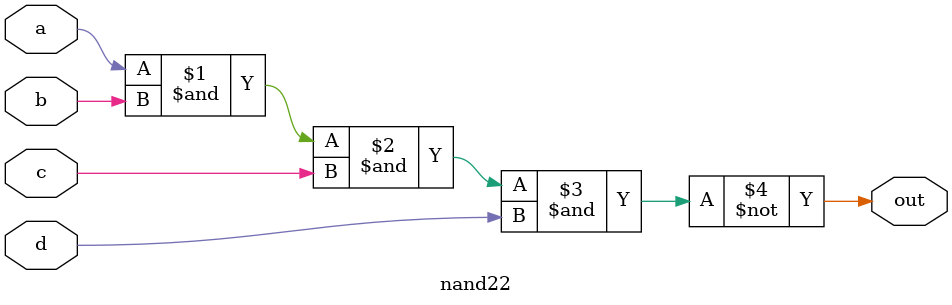
<source format=v>
module nand22 (
  input a,
  input b,
  input c,
  input d,
  output out
);

  assign out = ~(a & b & c & d);

endmodule

</source>
